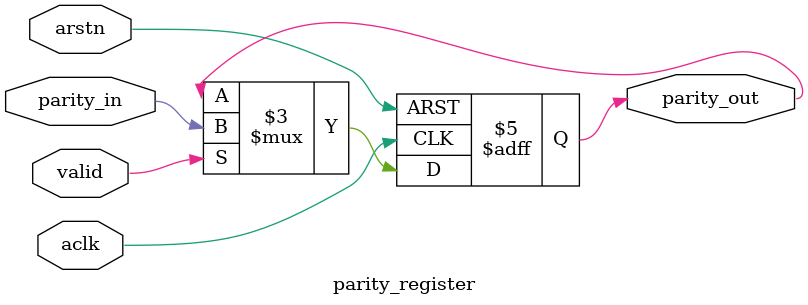
<source format=sv>
module axi_parity_checker (
    input  wire        aclk,    // 时钟信号
    input  wire        arstn,   // 复位信号，低电平有效
    input  wire [31:0] tdata,   // 输入数据
    input  wire        tvalid,  // 数据有效标志
    output wire        tparity  // 奇偶校验结果
);
    // 内部连接信号
    wire parity_bit;
    
    // 实例化数据奇偶校验计算子模块
    parity_calculator u_parity_calc (
        .data_in  (tdata),
        .parity   (parity_bit)
    );
    
    // 实例化寄存器控制子模块
    parity_register u_parity_reg (
        .aclk     (aclk),
        .arstn    (arstn),
        .valid    (tvalid),
        .parity_in(parity_bit),
        .parity_out(tparity)
    );
    
endmodule

// 子模块1：奇偶校验计算模块
module parity_calculator #(
    parameter DATA_WIDTH = 32  // 参数化数据宽度，提高可复用性
) (
    input  wire [DATA_WIDTH-1:0] data_in,  // 输入数据
    output wire                  parity     // 计算得到的奇偶校验位
);
    // 组合逻辑计算奇偶校验
    assign parity = ^data_in;
    
endmodule

// 子模块2：奇偶校验寄存器控制模块
module parity_register (
    input  wire  aclk,       // 时钟信号
    input  wire  arstn,      // 复位信号，低电平有效
    input  wire  valid,      // 数据有效标志
    input  wire  parity_in,  // 输入的奇偶校验位
    output reg   parity_out  // 寄存器输出的奇偶校验位
);
    // 时序逻辑，带使能的奇偶校验寄存器
    always @(posedge aclk or negedge arstn) begin
        if (!arstn) 
            parity_out <= 1'b0;
        else if (valid) 
            parity_out <= parity_in;
    end
    
endmodule
</source>
